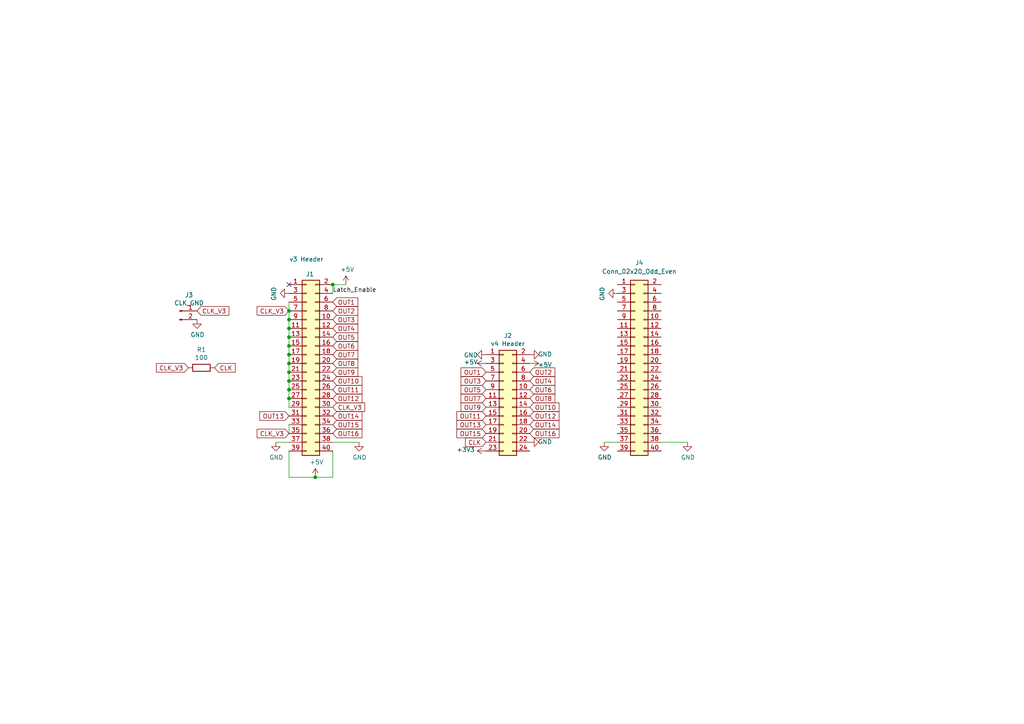
<source format=kicad_sch>
(kicad_sch (version 20210621) (generator eeschema)
  (paper "A4")
  (title_block (title "v3 to v4 Plug") (date "2021-11-07") (rev "v2") (company "Scott Hanson"))
  (lib_symbols
    (symbol "Connector:Conn_01x02_Male" (pin_names (offset 1.016) hide)
      (property "Reference" "J" (at 0 2.54 0))
      (property "Value" "Conn_01x02_Male" (at 0 -5.08 0))
      (symbol "Conn_01x02_Male_1_1"
        (polyline (pts (xy 1.27 -2.54) (xy 0.8636 -2.54)) (stroke (width 0.1524)))
        (polyline (pts (xy 1.27 0) (xy 0.8636 0)) (stroke (width 0.1524)))
        (rectangle (start 0.8636 -2.413) (end 0 -2.667) (stroke (width 0.1524)) (fill (type outline)))
        (rectangle (start 0.8636 0.127) (end 0 -0.127) (stroke (width 0.1524)) (fill (type outline)))
        (pin passive line (at 5.08 0 180) (length 3.81) (name "Pin_1") (number "1"))
        (pin passive line (at 5.08 -2.54 180) (length 3.81) (name "Pin_2") (number "2"))
      )
    )
    (symbol "Connector_Generic:Conn_02x12_Odd_Even" (pin_names (offset 1.016) hide)
      (property "Reference" "J" (at 1.27 15.24 0))
      (property "Value" "Conn_02x12_Odd_Even" (at 1.27 -17.78 0))
      (symbol "Conn_02x12_Odd_Even_1_1"
        (rectangle (start -1.27 -15.113) (end 0 -15.367) (stroke (width 0.1524)))
        (rectangle (start -1.27 -12.573) (end 0 -12.827) (stroke (width 0.1524)))
        (rectangle (start -1.27 -10.033) (end 0 -10.287) (stroke (width 0.1524)))
        (rectangle (start -1.27 -7.493) (end 0 -7.747) (stroke (width 0.1524)))
        (rectangle (start -1.27 -4.953) (end 0 -5.207) (stroke (width 0.1524)))
        (rectangle (start -1.27 -2.413) (end 0 -2.667) (stroke (width 0.1524)))
        (rectangle (start -1.27 0.127) (end 0 -0.127) (stroke (width 0.1524)))
        (rectangle (start -1.27 2.667) (end 0 2.413) (stroke (width 0.1524)))
        (rectangle (start -1.27 5.207) (end 0 4.953) (stroke (width 0.1524)))
        (rectangle (start -1.27 7.747) (end 0 7.493) (stroke (width 0.1524)))
        (rectangle (start -1.27 10.287) (end 0 10.033) (stroke (width 0.1524)))
        (rectangle (start -1.27 12.827) (end 0 12.573) (stroke (width 0.1524)))
        (rectangle (start -1.27 13.97) (end 3.81 -16.51) (stroke (width 0.254)) (fill (type background)))
        (rectangle (start 3.81 -15.113) (end 2.54 -15.367) (stroke (width 0.1524)))
        (rectangle (start 3.81 -12.573) (end 2.54 -12.827) (stroke (width 0.1524)))
        (rectangle (start 3.81 -10.033) (end 2.54 -10.287) (stroke (width 0.1524)))
        (rectangle (start 3.81 -7.493) (end 2.54 -7.747) (stroke (width 0.1524)))
        (rectangle (start 3.81 -4.953) (end 2.54 -5.207) (stroke (width 0.1524)))
        (rectangle (start 3.81 -2.413) (end 2.54 -2.667) (stroke (width 0.1524)))
        (rectangle (start 3.81 0.127) (end 2.54 -0.127) (stroke (width 0.1524)))
        (rectangle (start 3.81 2.667) (end 2.54 2.413) (stroke (width 0.1524)))
        (rectangle (start 3.81 5.207) (end 2.54 4.953) (stroke (width 0.1524)))
        (rectangle (start 3.81 7.747) (end 2.54 7.493) (stroke (width 0.1524)))
        (rectangle (start 3.81 10.287) (end 2.54 10.033) (stroke (width 0.1524)))
        (rectangle (start 3.81 12.827) (end 2.54 12.573) (stroke (width 0.1524)))
        (pin passive line (at -5.08 12.7 0) (length 3.81) (name "Pin_1") (number "1"))
        (pin passive line (at 7.62 2.54 180) (length 3.81) (name "Pin_10") (number "10"))
        (pin passive line (at -5.08 0 0) (length 3.81) (name "Pin_11") (number "11"))
        (pin passive line (at 7.62 0 180) (length 3.81) (name "Pin_12") (number "12"))
        (pin passive line (at -5.08 -2.54 0) (length 3.81) (name "Pin_13") (number "13"))
        (pin passive line (at 7.62 -2.54 180) (length 3.81) (name "Pin_14") (number "14"))
        (pin passive line (at -5.08 -5.08 0) (length 3.81) (name "Pin_15") (number "15"))
        (pin passive line (at 7.62 -5.08 180) (length 3.81) (name "Pin_16") (number "16"))
        (pin passive line (at -5.08 -7.62 0) (length 3.81) (name "Pin_17") (number "17"))
        (pin passive line (at 7.62 -7.62 180) (length 3.81) (name "Pin_18") (number "18"))
        (pin passive line (at -5.08 -10.16 0) (length 3.81) (name "Pin_19") (number "19"))
        (pin passive line (at 7.62 12.7 180) (length 3.81) (name "Pin_2") (number "2"))
        (pin passive line (at 7.62 -10.16 180) (length 3.81) (name "Pin_20") (number "20"))
        (pin passive line (at -5.08 -12.7 0) (length 3.81) (name "Pin_21") (number "21"))
        (pin passive line (at 7.62 -12.7 180) (length 3.81) (name "Pin_22") (number "22"))
        (pin passive line (at -5.08 -15.24 0) (length 3.81) (name "Pin_23") (number "23"))
        (pin passive line (at 7.62 -15.24 180) (length 3.81) (name "Pin_24") (number "24"))
        (pin passive line (at -5.08 10.16 0) (length 3.81) (name "Pin_3") (number "3"))
        (pin passive line (at 7.62 10.16 180) (length 3.81) (name "Pin_4") (number "4"))
        (pin passive line (at -5.08 7.62 0) (length 3.81) (name "Pin_5") (number "5"))
        (pin passive line (at 7.62 7.62 180) (length 3.81) (name "Pin_6") (number "6"))
        (pin passive line (at -5.08 5.08 0) (length 3.81) (name "Pin_7") (number "7"))
        (pin passive line (at 7.62 5.08 180) (length 3.81) (name "Pin_8") (number "8"))
        (pin passive line (at -5.08 2.54 0) (length 3.81) (name "Pin_9") (number "9"))
      )
    )
    (symbol "Connector_Generic:Conn_02x20_Odd_Even" (pin_names (offset 1.016) hide)
      (property "Reference" "J" (at 1.27 25.4 0))
      (property "Value" "Conn_02x20_Odd_Even" (at 1.27 -27.94 0))
      (symbol "Conn_02x20_Odd_Even_1_1"
        (rectangle (start -1.27 -25.273) (end 0 -25.527) (stroke (width 0.1524)))
        (rectangle (start -1.27 -22.733) (end 0 -22.987) (stroke (width 0.1524)))
        (rectangle (start -1.27 -20.193) (end 0 -20.447) (stroke (width 0.1524)))
        (rectangle (start -1.27 -17.653) (end 0 -17.907) (stroke (width 0.1524)))
        (rectangle (start -1.27 -15.113) (end 0 -15.367) (stroke (width 0.1524)))
        (rectangle (start -1.27 -12.573) (end 0 -12.827) (stroke (width 0.1524)))
        (rectangle (start -1.27 -10.033) (end 0 -10.287) (stroke (width 0.1524)))
        (rectangle (start -1.27 -7.493) (end 0 -7.747) (stroke (width 0.1524)))
        (rectangle (start -1.27 -4.953) (end 0 -5.207) (stroke (width 0.1524)))
        (rectangle (start -1.27 -2.413) (end 0 -2.667) (stroke (width 0.1524)))
        (rectangle (start -1.27 0.127) (end 0 -0.127) (stroke (width 0.1524)))
        (rectangle (start -1.27 2.667) (end 0 2.413) (stroke (width 0.1524)))
        (rectangle (start -1.27 5.207) (end 0 4.953) (stroke (width 0.1524)))
        (rectangle (start -1.27 7.747) (end 0 7.493) (stroke (width 0.1524)))
        (rectangle (start -1.27 10.287) (end 0 10.033) (stroke (width 0.1524)))
        (rectangle (start -1.27 12.827) (end 0 12.573) (stroke (width 0.1524)))
        (rectangle (start -1.27 15.367) (end 0 15.113) (stroke (width 0.1524)))
        (rectangle (start -1.27 17.907) (end 0 17.653) (stroke (width 0.1524)))
        (rectangle (start -1.27 20.447) (end 0 20.193) (stroke (width 0.1524)))
        (rectangle (start -1.27 22.987) (end 0 22.733) (stroke (width 0.1524)))
        (rectangle (start -1.27 24.13) (end 3.81 -26.67) (stroke (width 0.254)) (fill (type background)))
        (rectangle (start 3.81 -25.273) (end 2.54 -25.527) (stroke (width 0.1524)))
        (rectangle (start 3.81 -22.733) (end 2.54 -22.987) (stroke (width 0.1524)))
        (rectangle (start 3.81 -20.193) (end 2.54 -20.447) (stroke (width 0.1524)))
        (rectangle (start 3.81 -17.653) (end 2.54 -17.907) (stroke (width 0.1524)))
        (rectangle (start 3.81 -15.113) (end 2.54 -15.367) (stroke (width 0.1524)))
        (rectangle (start 3.81 -12.573) (end 2.54 -12.827) (stroke (width 0.1524)))
        (rectangle (start 3.81 -10.033) (end 2.54 -10.287) (stroke (width 0.1524)))
        (rectangle (start 3.81 -7.493) (end 2.54 -7.747) (stroke (width 0.1524)))
        (rectangle (start 3.81 -4.953) (end 2.54 -5.207) (stroke (width 0.1524)))
        (rectangle (start 3.81 -2.413) (end 2.54 -2.667) (stroke (width 0.1524)))
        (rectangle (start 3.81 0.127) (end 2.54 -0.127) (stroke (width 0.1524)))
        (rectangle (start 3.81 2.667) (end 2.54 2.413) (stroke (width 0.1524)))
        (rectangle (start 3.81 5.207) (end 2.54 4.953) (stroke (width 0.1524)))
        (rectangle (start 3.81 7.747) (end 2.54 7.493) (stroke (width 0.1524)))
        (rectangle (start 3.81 10.287) (end 2.54 10.033) (stroke (width 0.1524)))
        (rectangle (start 3.81 12.827) (end 2.54 12.573) (stroke (width 0.1524)))
        (rectangle (start 3.81 15.367) (end 2.54 15.113) (stroke (width 0.1524)))
        (rectangle (start 3.81 17.907) (end 2.54 17.653) (stroke (width 0.1524)))
        (rectangle (start 3.81 20.447) (end 2.54 20.193) (stroke (width 0.1524)))
        (rectangle (start 3.81 22.987) (end 2.54 22.733) (stroke (width 0.1524)))
        (pin passive line (at -5.08 22.86 0) (length 3.81) (name "Pin_1") (number "1"))
        (pin passive line (at 7.62 12.7 180) (length 3.81) (name "Pin_10") (number "10"))
        (pin passive line (at -5.08 10.16 0) (length 3.81) (name "Pin_11") (number "11"))
        (pin passive line (at 7.62 10.16 180) (length 3.81) (name "Pin_12") (number "12"))
        (pin passive line (at -5.08 7.62 0) (length 3.81) (name "Pin_13") (number "13"))
        (pin passive line (at 7.62 7.62 180) (length 3.81) (name "Pin_14") (number "14"))
        (pin passive line (at -5.08 5.08 0) (length 3.81) (name "Pin_15") (number "15"))
        (pin passive line (at 7.62 5.08 180) (length 3.81) (name "Pin_16") (number "16"))
        (pin passive line (at -5.08 2.54 0) (length 3.81) (name "Pin_17") (number "17"))
        (pin passive line (at 7.62 2.54 180) (length 3.81) (name "Pin_18") (number "18"))
        (pin passive line (at -5.08 0 0) (length 3.81) (name "Pin_19") (number "19"))
        (pin passive line (at 7.62 22.86 180) (length 3.81) (name "Pin_2") (number "2"))
        (pin passive line (at 7.62 0 180) (length 3.81) (name "Pin_20") (number "20"))
        (pin passive line (at -5.08 -2.54 0) (length 3.81) (name "Pin_21") (number "21"))
        (pin passive line (at 7.62 -2.54 180) (length 3.81) (name "Pin_22") (number "22"))
        (pin passive line (at -5.08 -5.08 0) (length 3.81) (name "Pin_23") (number "23"))
        (pin passive line (at 7.62 -5.08 180) (length 3.81) (name "Pin_24") (number "24"))
        (pin passive line (at -5.08 -7.62 0) (length 3.81) (name "Pin_25") (number "25"))
        (pin passive line (at 7.62 -7.62 180) (length 3.81) (name "Pin_26") (number "26"))
        (pin passive line (at -5.08 -10.16 0) (length 3.81) (name "Pin_27") (number "27"))
        (pin passive line (at 7.62 -10.16 180) (length 3.81) (name "Pin_28") (number "28"))
        (pin passive line (at -5.08 -12.7 0) (length 3.81) (name "Pin_29") (number "29"))
        (pin passive line (at -5.08 20.32 0) (length 3.81) (name "Pin_3") (number "3"))
        (pin passive line (at 7.62 -12.7 180) (length 3.81) (name "Pin_30") (number "30"))
        (pin passive line (at -5.08 -15.24 0) (length 3.81) (name "Pin_31") (number "31"))
        (pin passive line (at 7.62 -15.24 180) (length 3.81) (name "Pin_32") (number "32"))
        (pin passive line (at -5.08 -17.78 0) (length 3.81) (name "Pin_33") (number "33"))
        (pin passive line (at 7.62 -17.78 180) (length 3.81) (name "Pin_34") (number "34"))
        (pin passive line (at -5.08 -20.32 0) (length 3.81) (name "Pin_35") (number "35"))
        (pin passive line (at 7.62 -20.32 180) (length 3.81) (name "Pin_36") (number "36"))
        (pin passive line (at -5.08 -22.86 0) (length 3.81) (name "Pin_37") (number "37"))
        (pin passive line (at 7.62 -22.86 180) (length 3.81) (name "Pin_38") (number "38"))
        (pin passive line (at -5.08 -25.4 0) (length 3.81) (name "Pin_39") (number "39"))
        (pin passive line (at 7.62 20.32 180) (length 3.81) (name "Pin_4") (number "4"))
        (pin passive line (at 7.62 -25.4 180) (length 3.81) (name "Pin_40") (number "40"))
        (pin passive line (at -5.08 17.78 0) (length 3.81) (name "Pin_5") (number "5"))
        (pin passive line (at 7.62 17.78 180) (length 3.81) (name "Pin_6") (number "6"))
        (pin passive line (at -5.08 15.24 0) (length 3.81) (name "Pin_7") (number "7"))
        (pin passive line (at 7.62 15.24 180) (length 3.81) (name "Pin_8") (number "8"))
        (pin passive line (at -5.08 12.7 0) (length 3.81) (name "Pin_9") (number "9"))
      )
    )
    (symbol "Device:R" (pin_numbers hide) (pin_names (offset 0))
      (property "Reference" "R" (at 2.032 0 90))
      (property "Value" "R" (at 0 0 90))
      (symbol "R_0_1"
        (rectangle (start -1.016 -2.54) (end 1.016 2.54) (stroke (width 0.254)))
      )
      (symbol "R_1_1"
        (pin passive line (at 0 3.81 270) (length 1.27) (name "~") (number "1"))
        (pin passive line (at 0 -3.81 90) (length 1.27) (name "~") (number "2"))
      )
    )
    (symbol "power:+3.3V" (power) (pin_names (offset 0))
      (property "Value" "+3.3V" (at 0 3.556 0))
      (symbol "+3.3V_0_1"
        (polyline (pts (xy -0.762 1.27) (xy 0 2.54)))
        (polyline (pts (xy 0 0) (xy 0 2.54)))
        (polyline (pts (xy 0 2.54) (xy 0.762 1.27)))
      )
      (symbol "+3.3V_1_1"
        (pin power_in line (at 0 0 90) (length 0) hide (name "+3V3") (number "1"))
      )
    )
    (symbol "power:+5V" (power) (pin_names (offset 0))
      (property "Value" "+5V" (at 0 3.556 0))
      (symbol "+5V_0_1"
        (polyline (pts (xy -0.762 1.27) (xy 0 2.54)))
        (polyline (pts (xy 0 0) (xy 0 2.54)))
        (polyline (pts (xy 0 2.54) (xy 0.762 1.27)))
      )
      (symbol "+5V_1_1"
        (pin power_in line (at 0 0 90) (length 0) hide (name "+5V") (number "1"))
      )
    )
    (symbol "power:GND" (power) (pin_names (offset 0))
      (property "Value" "GND" (at 0 -3.81 0))
      (symbol "GND_0_1"
        (polyline (pts (xy 0 0) (xy 0 -1.27) (xy 1.27 -1.27) (xy 0 -2.54) (xy -1.27 -1.27) (xy 0 -1.27)))
      )
      (symbol "GND_1_1"
        (pin power_in line (at 0 0 270) (length 0) hide (name "GND") (number "1"))
      )
    )
  )
  (junction (at 83.82 110.49))
  (junction (at 83.82 100.33))
  (junction (at 83.82 113.03))
  (junction (at 83.82 95.25))
  (junction (at 83.82 115.57))
  (junction (at 83.82 90.17))
  (junction (at 83.82 92.71))
  (junction (at 83.82 105.41))
  (junction (at 96.52 82.55))
  (junction (at 83.82 107.95))
  (junction (at 83.82 97.79))
  (junction (at 83.82 102.87))
  (junction (at 91.44 138.43))
  (no_connect (at 83.82 82.55))
  (wire (pts (xy 96.52 82.55) (xy 100.33 82.55)))
  (wire (pts (xy 96.52 138.43) (xy 96.52 130.81)))
  (wire (pts (xy 83.82 95.25) (xy 83.82 97.79)))
  (wire (pts (xy 83.82 113.03) (xy 83.82 115.57)))
  (wire (pts (xy 83.82 107.95) (xy 83.82 110.49)))
  (wire (pts (xy 91.44 138.43) (xy 96.52 138.43)))
  (wire (pts (xy 83.82 92.71) (xy 83.82 95.25)))
  (wire (pts (xy 96.52 128.27) (xy 104.14 128.27)))
  (wire (pts (xy 83.82 90.17) (xy 83.82 92.71)))
  (wire (pts (xy 83.82 102.87) (xy 83.82 105.41)))
  (wire (pts (xy 96.52 85.09) (xy 96.52 82.55)))
  (wire (pts (xy 83.82 138.43) (xy 91.44 138.43)))
  (wire (pts (xy 83.82 115.57) (xy 83.82 118.11)))
  (wire (pts (xy 83.82 97.79) (xy 83.82 100.33)))
  (wire (pts (xy 83.82 105.41) (xy 83.82 107.95)))
  (wire (pts (xy 83.82 110.49) (xy 83.82 113.03)))
  (wire (pts (xy 175.26 128.27) (xy 179.07 128.27)))
  (wire (pts (xy 83.82 100.33) (xy 83.82 102.87)))
  (wire (pts (xy 83.82 87.63) (xy 83.82 90.17)))
  (wire (pts (xy 191.77 128.27) (xy 199.39 128.27)))
  (wire (pts (xy 80.01 128.27) (xy 83.82 128.27)))
  (wire (pts (xy 83.82 130.81) (xy 83.82 138.43)))
  (wire (pts (xy 83.82 123.19) (xy 83.82 125.73)))
  (label "Latch_Enable" (at 96.52 85.09 0))
  (global_label "CLK_V3" (shape input) (at 96.52 118.11 0) (property "Intersheet References" "${INTERSHEET_REFS}" (effects hide)))
  (global_label "OUT1" (shape input) (at 140.97 107.95 180) (property "Intersheet References" "${INTERSHEET_REFS}" (effects hide)))
  (global_label "OUT15" (shape input) (at 140.97 125.73 180) (property "Intersheet References" "${INTERSHEET_REFS}" (effects hide)))
  (global_label "OUT2" (shape input) (at 96.52 90.17 0) (property "Intersheet References" "${INTERSHEET_REFS}" (effects hide)))
  (global_label "CLK_V3" (shape input) (at 83.82 125.73 180) (property "Intersheet References" "${INTERSHEET_REFS}" (effects hide)))
  (global_label "OUT6" (shape input) (at 96.52 100.33 0) (property "Intersheet References" "${INTERSHEET_REFS}" (effects hide)))
  (global_label "OUT12" (shape input) (at 96.52 115.57 0) (property "Intersheet References" "${INTERSHEET_REFS}" (effects hide)))
  (global_label "OUT8" (shape input) (at 96.52 105.41 0) (property "Intersheet References" "${INTERSHEET_REFS}" (effects hide)))
  (global_label "CLK_V3" (shape input) (at 57.15 90.17 0) (property "Intersheet References" "${INTERSHEET_REFS}" (effects hide)))
  (global_label "OUT4" (shape input) (at 96.52 95.25 0) (property "Intersheet References" "${INTERSHEET_REFS}" (effects hide)))
  (global_label "OUT8" (shape input) (at 153.67 115.57 0) (property "Intersheet References" "${INTERSHEET_REFS}" (effects hide)))
  (global_label "OUT10" (shape input) (at 96.52 110.49 0) (property "Intersheet References" "${INTERSHEET_REFS}" (effects hide)))
  (global_label "OUT10" (shape input) (at 153.67 118.11 0) (property "Intersheet References" "${INTERSHEET_REFS}" (effects hide)))
  (global_label "OUT7" (shape input) (at 96.52 102.87 0) (property "Intersheet References" "${INTERSHEET_REFS}" (effects hide)))
  (global_label "OUT11" (shape input) (at 96.52 113.03 0) (property "Intersheet References" "${INTERSHEET_REFS}" (effects hide)))
  (global_label "OUT12" (shape input) (at 153.67 120.65 0) (property "Intersheet References" "${INTERSHEET_REFS}" (effects hide)))
  (global_label "OUT16" (shape input) (at 153.67 125.73 0) (property "Intersheet References" "${INTERSHEET_REFS}" (effects hide)))
  (global_label "OUT2" (shape input) (at 153.67 107.95 0) (property "Intersheet References" "${INTERSHEET_REFS}" (effects hide)))
  (global_label "OUT5" (shape input) (at 140.97 113.03 180) (property "Intersheet References" "${INTERSHEET_REFS}" (effects hide)))
  (global_label "OUT9" (shape input) (at 140.97 118.11 180) (property "Intersheet References" "${INTERSHEET_REFS}" (effects hide)))
  (global_label "OUT9" (shape input) (at 96.52 107.95 0) (property "Intersheet References" "${INTERSHEET_REFS}" (effects hide)))
  (global_label "CLK_V3" (shape input) (at 83.82 90.17 180) (property "Intersheet References" "${INTERSHEET_REFS}" (effects hide)))
  (global_label "OUT15" (shape input) (at 96.52 123.19 0) (property "Intersheet References" "${INTERSHEET_REFS}" (effects hide)))
  (global_label "CLK" (shape input) (at 140.97 128.27 180) (property "Intersheet References" "${INTERSHEET_REFS}" (effects hide)))
  (global_label "OUT14" (shape input) (at 96.52 120.65 0) (property "Intersheet References" "${INTERSHEET_REFS}" (effects hide)))
  (global_label "OUT16" (shape input) (at 96.52 125.73 0) (property "Intersheet References" "${INTERSHEET_REFS}" (effects hide)))
  (global_label "OUT6" (shape input) (at 153.67 113.03 0) (property "Intersheet References" "${INTERSHEET_REFS}" (effects hide)))
  (global_label "OUT5" (shape input) (at 96.52 97.79 0) (property "Intersheet References" "${INTERSHEET_REFS}" (effects hide)))
  (global_label "OUT13" (shape input) (at 140.97 123.19 180) (property "Intersheet References" "${INTERSHEET_REFS}" (effects hide)))
  (global_label "OUT3" (shape input) (at 140.97 110.49 180) (property "Intersheet References" "${INTERSHEET_REFS}" (effects hide)))
  (global_label "CLK_V3" (shape input) (at 54.61 106.68 180) (property "Intersheet References" "${INTERSHEET_REFS}" (effects hide)))
  (global_label "OUT3" (shape input) (at 96.52 92.71 0) (property "Intersheet References" "${INTERSHEET_REFS}" (effects hide)))
  (global_label "OUT14" (shape input) (at 153.67 123.19 0) (property "Intersheet References" "${INTERSHEET_REFS}" (effects hide)))
  (global_label "OUT7" (shape input) (at 140.97 115.57 180) (property "Intersheet References" "${INTERSHEET_REFS}" (effects hide)))
  (global_label "OUT13" (shape input) (at 83.82 120.65 180) (property "Intersheet References" "${INTERSHEET_REFS}" (effects hide)))
  (global_label "OUT4" (shape input) (at 153.67 110.49 0) (property "Intersheet References" "${INTERSHEET_REFS}" (effects hide)))
  (global_label "OUT1" (shape input) (at 96.52 87.63 0) (property "Intersheet References" "${INTERSHEET_REFS}" (effects hide)))
  (global_label "CLK" (shape input) (at 62.23 106.68 0) (property "Intersheet References" "${INTERSHEET_REFS}" (effects hide)))
  (global_label "OUT11" (shape input) (at 140.97 120.65 180) (property "Intersheet References" "${INTERSHEET_REFS}" (effects hide)))
  (symbol (lib_id "Connector_Generic:Conn_02x20_Odd_Even") (at 88.9 105.41 0) (unit 1)
    (property "Reference" "J1" (at 89.916 79.502 0))
    (property "Value" "v3 Header" (at 88.9 75.184 0))
    (property "Footprint" "Connector_PinSocket_2.54mm:PinSocket_2x20_P2.54mm_Vertical" (effects hide))
    (property "Digi-Key_PN" "S9175-ND" (effects hide))
    (property "MPN" "SBH11-PBPC-D20-ST-BK" (effects hide))
  )
  (symbol (lib_id "power:GND") (at 80.01 128.27 0) (unit 1)
    (property "Reference" "#PWR014" (effects hide))
    (property "Value" "GND" (at 80.137 132.6642 0))
  )
  (symbol (lib_id "power:GND") (at 104.14 128.27 0) (unit 1)
    (property "Reference" "#PWR018" (effects hide))
    (property "Value" "GND" (at 104.267 132.6642 0))
  )
  (symbol (lib_id "power:+5V") (at 91.44 138.43 0) (unit 1)
    (property "Reference" "#PWR016" (effects hide))
    (property "Value" "+5V" (at 91.821 134.0358 0))
  )
  (symbol (lib_id "power:+5V") (at 100.33 82.55 0) (unit 1)
    (property "Reference" "#PWR017" (effects hide))
    (property "Value" "+5V" (at 100.711 78.1558 0))
  )
  (symbol (lib_id "power:GND") (at 83.82 85.09 270) (unit 1)
    (property "Reference" "#PWR013" (effects hide))
    (property "Value" "GND" (at 79.4258 85.217 0))
  )
  (symbol (lib_id "Connector_Generic:Conn_02x12_Odd_Even") (at 146.05 115.57 0) (unit 1)
    (property "Reference" "J2" (at 147.32 97.3582 0))
    (property "Value" "v4 Header" (at 147.32 99.6696 0))
    (property "Footprint" "302-S241:OST_302-S241" (effects hide))
    (property "Digi-Key_PN" "ED10525-ND" (effects hide))
    (property "MPN" "302-S241" (effects hide))
  )
  (symbol (lib_id "power:GND") (at 153.67 102.87 90) (unit 1)
    (property "Reference" "#PWR0105" (effects hide))
    (property "Value" "GND" (at 158.0642 102.743 90))
  )
  (symbol (lib_id "power:GND") (at 140.97 102.87 270) (unit 1)
    (property "Reference" "#PWR0106" (effects hide))
    (property "Value" "GND" (at 136.5758 102.997 90))
  )
  (symbol (lib_id "power:GND") (at 153.67 128.27 90) (unit 1)
    (property "Reference" "#PWR07" (effects hide))
    (property "Value" "GND" (at 158.0642 128.143 90))
  )
  (symbol (lib_id "power:+5V") (at 153.67 105.41 270) (unit 1)
    (property "Reference" "#PWR06" (effects hide))
    (property "Value" "+5V" (at 158.0642 105.791 90))
  )
  (symbol (lib_id "power:+5V") (at 140.97 105.41 90) (unit 1)
    (property "Reference" "#PWR02" (effects hide))
    (property "Value" "+5V" (at 136.5758 105.029 90))
  )
  (symbol (lib_id "power:+3.3V") (at 140.97 130.81 90) (unit 1)
    (property "Reference" "#PWR03" (effects hide))
    (property "Value" "+3.3V" (at 137.7188 130.429 90) (effects (justify left)))
  )
  (symbol (lib_id "Device:R") (at 58.42 106.68 270) (unit 1)
    (property "Reference" "R1" (at 58.42 101.4222 90))
    (property "Value" "100" (at 58.42 103.7336 90))
    (property "Footprint" "Resistor_THT:R_Axial_DIN0207_L6.3mm_D2.5mm_P7.62mm_Horizontal" (effects hide))
    (property "Digi-Key_PN" "CF14JT10K0TR-ND" (effects hide))
    (property "MPN" "CF14JT10K0" (effects hide))
  )
  (symbol (lib_id "Connector:Conn_01x02_Male") (at 52.07 90.17 0) (unit 1)
    (property "Reference" "J3" (at 54.8132 85.5726 0))
    (property "Value" "CLK_GND" (at 54.8132 87.884 0))
    (property "Footprint" "Connector_PinHeader_2.54mm:PinHeader_1x02_P2.54mm_Vertical" (effects hide))
    (property "Digi-Key_PN" "732-5315-ND" (effects hide))
    (property "MPN" "61300211121" (effects hide))
  )
  (symbol (lib_id "power:GND") (at 57.15 92.71 0) (unit 1)
    (property "Reference" "#PWR01" (effects hide))
    (property "Value" "GND" (at 57.277 97.1042 0))
  )
  (symbol (lib_id "Connector_Generic:Conn_02x20_Odd_Even") (at 184.15 105.41 0) (unit 1)
    (property "Reference" "J4" (at 185.42 76.2 0))
    (property "Value" "Conn_02x20_Odd_Even" (at 185.42 78.74 0))
    (property "Footprint" "Connector_PinSocket_2.54mm:PinSocket_2x20_P2.54mm_Vertical" (effects hide))
  )
  (symbol (lib_id "power:GND") (at 175.26 128.27 0) (unit 1)
    (property "Reference" "#PWR0102" (effects hide))
    (property "Value" "GND" (at 175.387 132.6642 0))
  )
  (symbol (lib_id "power:GND") (at 179.07 85.09 270) (unit 1)
    (property "Reference" "#PWR0103" (effects hide))
    (property "Value" "GND" (at 174.6758 85.217 0))
  )
  (symbol (lib_id "power:GND") (at 199.39 128.27 0) (unit 1)
    (property "Reference" "#PWR0101" (effects hide))
    (property "Value" "GND" (at 199.517 132.6642 0))
  )
)
</source>
